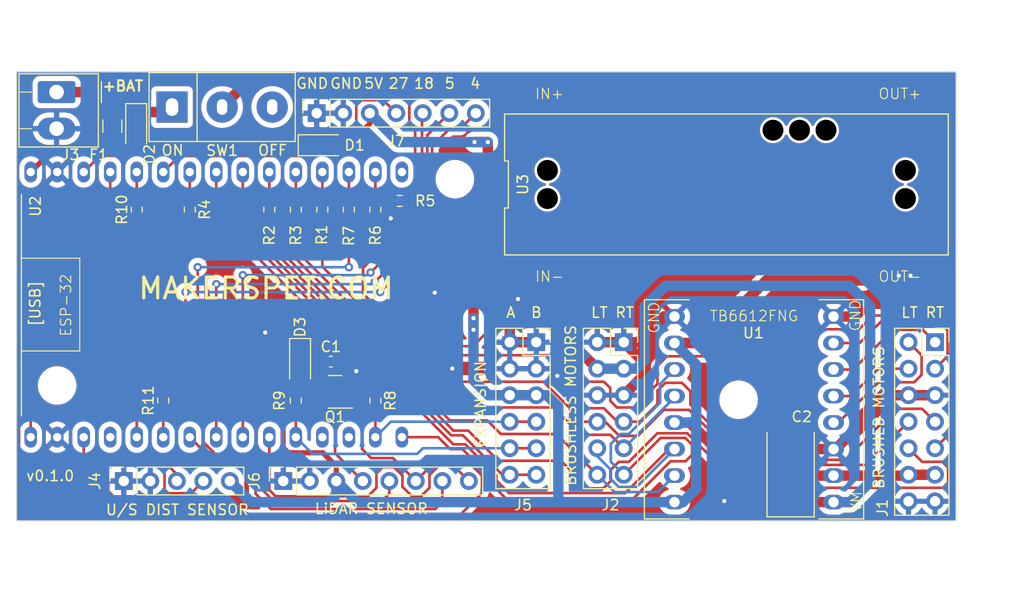
<source format=kicad_pcb>
(kicad_pcb (version 20221018) (generator pcbnew)
  (title_block (title "ESP32 Combined PCB") (date "2024-03-29") (rev "0.1.0") (company "makerspet.com"))
  (layers (0 "F.Cu" signal) (31 "B.Cu" signal) (34 "B.Paste" user) (35 "F.Paste" user) (36 "B.SilkS" user "B.Silkscreen") (37 "F.SilkS" user "F.Silkscreen") (38 "B.Mask" user) (39 "F.Mask" user) (44 "Edge.Cuts" user))
  (net 0 "")
  (net 1 "+5V")
  (net 2 "GND")
  (net 3 "Net-(D1-K)")
  (net 4 "Net-(D2-K)")
  (net 5 "Net-(D2-A)")
  (net 6 "Net-(D3-A)")
  (net 7 "Vdrive")
  (net 8 "/M_FG_RIGHT_ENC_A")
  (net 9 "/MOT_PWM_RIGHT_IN1")
  (net 10 "/MOT_CW_RIGHT_IN2")
  (net 11 "/MOT_CW_LEFT_IN2")
  (net 12 "/MOT_PWM_LEFT_IN1")
  (net 13 "/M_FG_LEFT_ENC_A")
  (net 14 "/MOT+RIGHT")
  (net 15 "/MOT-RIGHT")
  (net 16 "/M_RIGHT_ENC_B")
  (net 17 "/M_LEFT_ENC_B")
  (net 18 "/MOT-LEFT")
  (net 19 "/MOT+LEFT")
  (net 20 "/LDS_MOT_PWM")
  (net 21 "/LDS_RX")
  (net 22 "/LDS_EN")
  (net 23 "/GPIO12_OUT_STRAP")
  (net 24 "/I2C_SCL")
  (net 25 "/I2C_SDA")
  (net 26 "/I2C_INT")
  (net 27 "/GPIO27")
  (net 28 "/GPIO18")
  (net 29 "/GPIO5_BOOT_STRAP")
  (net 30 "/GPIO4")
  (net 31 "+3V3")
  (net 32 "/MOT_FG_LEFT_ENC_A")
  (net 33 "/MOT_FG_RIGHT_ENC_A")
  (net 34 "/GPIO39_IN")
  (net 35 "/MOT_LEFT_ENC_B")
  (net 36 "/MOT_RIGHT_ENC_B")
  (net 37 "/BAT_ADC")
  (net 38 "/LDS_TX")
  (net 40 "Net-(J3-Pin_1)")
  (net 41 "Net-(J4-Pin_3)")
  (net 42 "Net-(J6-Pin_5)")
  (footprint "Resistor_SMD:R_0603_1608Metric" (layer "F.Cu") (at 51.5112 43.2 90)
    (fp_text reference "R10")
    (fp_text value "10k")
  )
  (footprint "Resistor_SMD:R_0603_1608Metric" (layer "F.Cu") (at 66.7512 61.5 -90)
    (fp_text reference "R9")
    (fp_text value "10k")
  )
  (footprint "Resistor_SMD:R_0603_1608Metric" (layer "F.Cu") (at 69.2912 43.2 -90)
    (fp_text reference "R1")
    (fp_text value "10k")
  )
  (footprint "Makerspet:Terminal_Block_2p_3.5mm_SideEntry" (layer "F.Cu") (at 43.8306 31.9454 -90)
    (fp_text reference "J3")
    (fp_text value "TERM BLK 3.5MM 2P SIDE")
  )
  (footprint "Connector_PinSocket_2.54mm:PinSocket_2x06_P2.54mm_Vertical" (layer "F.Cu") (at 98.1656 55.9)
    (fp_text reference "J2")
    (fp_text value "SKT 2x6PIN VERT 2.54MM")
  )
  (footprint "Makerspet:SWITCH" (layer "F.Cu") (at 59.69 33.3756)
    (fp_text reference "SW1")
    (fp_text value "SS12D10")
  )
  (footprint "Resistor_SMD:R_0603_1608Metric" (layer "F.Cu") (at 66.7512 43.2 -90)
    (fp_text reference "R3")
    (fp_text value "10k")
  )
  (footprint "Diode_SMD:D_SOD-123F" (layer "F.Cu") (at 67.1576 57.7596 -90)
    (fp_text reference "D3")
    (fp_text value "FS26")
  )
  (footprint "Diode_SMD:D_SOD-123F" (layer "F.Cu") (at 69.1896 37.0332)
    (fp_text reference "D1")
    (fp_text value "FS26")
  )
  (footprint "Fuse:Fuse_1206_3216Metric" (layer "F.Cu") (at 49.1744 35.2044 -90)
    (fp_text reference "F1")
    (fp_text value "0685T2500-01")
  )
  (footprint "Resistor_SMD:R_0603_1608Metric" (layer "F.Cu") (at 76.708 42.3672)
    (fp_text reference "R5")
    (fp_text value "200k")
  )
  (footprint "Connector_PinSocket_2.54mm:PinSocket_1x07_P2.54mm_Vertical" (layer "F.Cu") (at 68.7524 33.9602 90)
    (fp_text reference "J7")
    (fp_text value "HDR SKT 7PIN VERT 2.54MM")
  )
  (footprint "Resistor_SMD:R_0603_1608Metric" (layer "F.Cu") (at 64.2112 43.2 -90)
    (fp_text reference "R2")
    (fp_text value "10k")
  )
  (footprint "Connector_PinSocket_2.54mm:PinSocket_2x07_P2.54mm_Vertical" (layer "F.Cu") (at 127.9852 55.9)
    (fp_text reference "J1")
    (fp_text value "SKT 2x7PIN VERT 2.54MM")
  )
  (footprint "MountingHole:MountingHole_3.2mm_M3" (layer "F.Cu") (at 109.1692 61.4172 90)
    (fp_text reference "H2" hide)
    (fp_text value "MountingHole")
  )
  (footprint "Resistor_SMD:R_0603_1608Metric" (layer "F.Cu") (at 71.8312 43.2 -90)
    (fp_text reference "R7")
    (fp_text value "10k")
  )
  (footprint "Connector_PinSocket_2.54mm:PinSocket_2x06_P2.54mm_Vertical" (layer "F.Cu") (at 89.7836 55.9)
    (fp_text reference "J5")
    (fp_text value "SKT 2x6PIN VERT 2.54MM")
  )
  (footprint "Makerspet:TB6612FNG Module" (layer "F.Cu") (at 110.6424 62.3316 90)
    (fp_text reference "U1")
    (fp_text value "TB6612FNG Module")
  )
  (footprint "Resistor_SMD:R_0603_1608Metric" (layer "F.Cu") (at 54.0512 61.5 90)
    (fp_text reference "R11")
    (fp_text value "10k")
  )
  (footprint "MountingHole:MountingHole_3.2mm_M3" (layer "F.Cu") (at 81.9912 40.2844)
    (fp_text reference "H3" hide)
    (fp_text value "MountingHole")
  )
  (footprint "Resistor_SMD:R_0603_1608Metric" (layer "F.Cu") (at 56.5912 43.2 -90)
    (fp_text reference "R4")
    (fp_text value "10k")
  )
  (footprint "Diode_SMD:D_SOD-123F" (layer "F.Cu") (at 51.4604 35.2552 -90)
    (fp_text reference "D2")
    (fp_text value "FS26")
  )
  (footprint "Package_TO_SOT_SMD:SOT-23" (layer "F.Cu") (at 70.5104 60.6552 180)
    (fp_text reference "Q1")
    (fp_text value "AS2302")
  )
  (footprint "Resistor_SMD:R_0603_1608Metric" (layer "F.Cu") (at 74.3712 43.2 90)
    (fp_text reference "R6")
    (fp_text value "20k")
  )
  (footprint "Resistor_SMD:R_0603_1608Metric" (layer "F.Cu") (at 74.3712 61.5 -90)
    (fp_text reference "R8")
    (fp_text value "10k")
  )
  (footprint "Connector_PinSocket_2.54mm:PinSocket_1x08_P2.54mm_Vertical" (layer "F.Cu") (at 65.547 69.2 90)
    (fp_text reference "J6")
    (fp_text value "HDR SKT 8PIN VERT 2.54MM")
  )
  (footprint "Capacitor_SMD:C_0603_1608Metric" (layer "F.Cu") (at 70.104 57.7596)
    (fp_text reference "C1")
    (fp_text value "22uF")
  )
  (footprint "Makerspet:ESP-32" (layer "F.Cu") (at 59.1312 52.3)
    (fp_text reference "U2")
    (fp_text value "ESP32 DEV KIT Module 30-pin")
  )
  (footprint "Capacitor_Tantalum_SMD:CP_EIA-7343-15_Kemet-W" (layer "F.Cu") (at 114.1476 68.2244 90)
    (fp_text reference "C2")
    (fp_text value "100uF 16V")
  )
  (footprint "MountingHole:MountingHole_3.2mm_M3" (layer "F.Cu") (at 43.8912 60.0456)
    (fp_text reference "H1" hide)
    (fp_text value "MountingHole")
  )
  (footprint "Connector_PinSocket_2.54mm:PinSocket_1x05_P2.54mm_Vertical" (layer "F.Cu") (at 50.2712 69.2 90)
    (fp_text reference "J4")
    (fp_text value "HDR SKT 5PIN VERT 2.54MM")
  )
  (footprint "Makerspet:LM2596 Module SMD" (layer "F.Cu") (at 108.0008 40.7924)
    (fp_text reference "U3")
    (fp_text value "LM2596 Module")
  )
  (gr_rect (start 40 30) (end 130 73) (stroke (width 0.1)) (fill none) (layer "Edge.Cuts"))
  (gr_text "GND" (at 69.9516 31.6992) (layer "F.SilkS") (effects (font (size 1 1)) (justify left bottom)))
  (gr_text "A  B" (at 86.8172 53.6448) (layer "F.SilkS") (effects (font (size 1 1)) (justify left bottom)))
  (gr_text "U/S DIST SENSOR" (at 48.4632 72.5424) (layer "F.SilkS") (effects (font (size 1 1)) (justify left bottom)))
  (gr_text "27" (at 75.5396 31.6992) (layer "F.SilkS") (effects (font (size 1 1)) (justify left bottom)))
  (gr_text "LT RT" (at 94.9452 53.6448) (layer "F.SilkS") (effects (font (size 1 1)) (justify left bottom)))
  (gr_text "GND" (at 66.7004 31.6992) (layer "F.SilkS") (effects (font (size 1 1)) (justify left bottom)))
  (gr_text "LT RT" (at 124.6632 53.6448) (layer "F.SilkS") (effects (font (size 1 1)) (justify left bottom)))
  (gr_text "OFF" (at 63.0428 38.1) (layer "F.SilkS") (effects (font (size 1 1)) (justify left bottom)))
  (gr_text "+BAT" (at 48.1232 31.9454) (layer "F.SilkS") (effects (font (size 1 1) (thickness 0.2) bold) (justify left bottom)))
  (gr_text "v0.1.0" (at 40.8432 69.2912) (layer "F.SilkS") (effects (font (size 1 1)) (justify left bottom)))
  (gr_text "LiDAR SENSOR" (at 68.4784 72.4408) (layer "F.SilkS") (effects (font (size 1 1)) (justify left bottom)))
  (gr_text "EXPANSION" (at 85.0392 66.0908 90) (layer "F.SilkS") (effects (font (size 1 1)) (justify left bottom)))
  (gr_text "[USB]" (at 42.3672 54.4576 90) (layer "F.SilkS") (effects (font (size 1 1)) (justify left bottom)))
  (gr_text "18" (at 77.978 31.6992) (layer "F.SilkS") (effects (font (size 1 1)) (justify left bottom)))
  (gr_text "4" (at 83.3628 31.6992) (layer "F.SilkS") (effects (font (size 1 1)) (justify left bottom)))
  (gr_text "BRUSHLESS MOTORS" (at 93.6752 69.7484 90) (layer "F.SilkS") (effects (font (size 1 1)) (justify left bottom)))
  (gr_text "5" (at 80.9244 31.6992) (layer "F.SilkS") (effects (font (size 1 1)) (justify left bottom)))
  (gr_text "BRUSHED MOTORS" (at 123.19 70.0532 90) (layer "F.SilkS") (effects (font (size 1 1)) (justify left bottom)))
  (gr_text "ON" (at 53.7972 38.1) (layer "F.SilkS") (effects (font (size 1 1)) (justify left bottom)))
  (gr_text "MAKERSPET.COM" (at 51.5112 51.9176) (layer "F.SilkS") (effects (font (size 2 2) (thickness 0.3)) (justify left bottom)))
  (gr_text "5V" (at 73.2028 31.6992) (layer "F.SilkS") (effects (font (size 1 1)) (justify left bottom)))
  (segment (start 103.0224 63.6016) (end 104.470478 63.6016) (width 1) (layer "F.Cu") (net 1))
  (segment (start 85.1408 36.7284) (end 83.8708 36.7284) (width 1) (layer "F.Cu") (net 1))
  (segment (start 83.7692 53.594) (end 83.7692 54.7116) (width 1) (layer "F.Cu") (net 1))
  (segment (start 65.532 65.9892) (end 65.532 62.2808) (width 0.5) (layer "F.Cu") (net 1))
  (segment (start 128.0008 32.0424) (end 128.0008 43.0428) (width 1) (layer "F.Cu") (net 1))
  (segment (start 64.9224 57.5564) (end 66.1192 56.3596) (width 0.5) (layer "F.Cu") (net 1))
  (segment (start 109.550478 68.6816) (end 118.2624 68.6816) (width 1) (layer "F.Cu") (net 1))
  (segment (start 83.7692 45.1104) (end 85.1408 43.7388) (width 1) (layer "F.Cu") (net 1))
  (segment (start 69.329 57.7596) (end 68.5576 57.7596) (width 0.5) (layer "F.Cu") (net 1))
  (segment (start 121.0564 49.9872) (end 111.8108 49.9872) (width 1) (layer "F.Cu") (net 1))
  (segment (start 104.470478 63.6016) (end 109.550478 68.6816) (width 1) (layer "F.Cu") (net 1))
  (segment (start 128.0008 43.0428) (end 121.0564 49.9872) (width 1) (layer "F.Cu") (net 1))
  (segment (start 70.5896 37.0332) (end 71.7804 37.0332) (width 0.5) (layer "F.Cu") (net 1))
  (segment (start 125.4452 68.6) (end 127.9852 68.6) (width 1) (layer "F.Cu") (net 1))
  (segment (start 65.532 62.2808) (end 64.9224 61.6712) (width 0.5) (layer "F.Cu") (net 1))
  (segment (start 105.8164 55.9816) (end 103.0224 55.9816) (width 1) (layer "F.Cu") (net 1))
  (segment (start 66.1192 56.3596) (end 67.1576 56.3596) (width 0.5) (layer "F.Cu") (net 1))
  (segment (start 73.8324 34.9812) (end 73.8324 33.9602) (width 0.5) (layer "F.Cu") (net 1))
  (segment (start 83.7692 53.594) (end 83.7692 45.1104) (width 1) (layer "F.Cu") (net 1))
  (segment (start 85.1408 43.7388) (end 85.1408 36.7284) (width 1) (layer "F.Cu") (net 1))
  (segment (start 66.04 66.4972) (end 65.532 65.9892) (width 0.5) (layer "F.Cu") (net 1))
  (segment (start 70.627 67.7822) (end 69.342 66.4972) (width 0.5) (layer "F.Cu") (net 1))
  (segment (start 111.8108 49.9872) (end 105.8164 55.9816) (width 1) (layer "F.Cu") (net 1))
  (segment (start 125.3636 68.6816) (end 125.4452 68.6) (width 1) (layer "F.Cu") (net 1))
  (segment (start 118.2624 68.6816) (end 125.3636 68.6816) (width 1) (layer "F.Cu") (net 1))
  (segment (start 68.5576 57.7596) (end 67.1576 56.3596) (width 0.5) (layer "F.Cu") (net 1))
  (segment (start 70.627 69.2) (end 70.627 67.7822) (width 0.5) (layer "F.Cu") (net 1))
  (segment (start 71.7804 37.0332) (end 73.8324 34.9812) (width 0.5) (layer "F.Cu") (net 1))
  (segment (start 64.9224 61.6712) (end 64.9224 57.5564) (width 0.5) (layer "F.Cu") (net 1))
  (segment (start 69.342 66.4972) (end 66.04 66.4972) (width 0.5) (layer "F.Cu") (net 1))
  (via (at 83.7692 53.594) (size 0.8) (drill 0.4) (layers "F.Cu" "B.Cu") (net 1))
  (via (at 83.8708 36.7284) (size 0.8) (drill 0.4) (layers "F.Cu" "B.Cu") (net 1))
  (via (at 85.1408 36.7284) (size 0.8) (drill 0.4) (layers "F.Cu" "B.Cu") (net 1))
  (via (at 83.7692 54.7116) (size 0.8) (drill 0.4) (layers "F.Cu" "B.Cu") (net 1))
  (segment (start 91.8972 62.0776) (end 91.8972 71.2216) (width 1) (layer "B.Cu") (net 1))
  (segment (start 105.1052 69.9516) (end 103.8352 71.2216) (width 1) (layer "B.Cu") (net 1))
  (segment (start 69.9008 71.2216) (end 70.627 70.4954) (width 1) (layer "B.Cu") (net 1))
  (segment (start 118.344 68.6) (end 118.2624 68.6816) (width 1) (layer "B.Cu") (net 1))
  (segment (start 85.2116 60.98) (end 83.7692 59.5376) (width 1) (layer "B.Cu") (net 1))
  (segment (start 83.7692 59.5376) (end 83.7692 53.594) (width 1) (layer "B.Cu") (net 1))
  (segment (start 70.627 70.4954) (end 70.627 69.2) (width 1) (layer "B.Cu") (net 1))
  (segment (start 85.1408 36.7284) (end 76.6006 36.7284) (width 1) (layer "B.Cu") (net 1))
  (segment (start 70.627 69.2) (end 72.6486 71.2216) (width 1) (layer "B.Cu") (net 1))
  (segment (start 103.0224 63.6016) (end 105.1052 63.6016) (width 1) (layer "B.Cu") (net 1))
  (segment (start 72.6486 71.2216) (end 103.0224 71.2216) (width 1) (layer "B.Cu") (net 1))
  (segment (start 76.6006 36.7284) (end 73.8324 33.9602) (width 1) (layer "B.Cu") (net 1))
  (segment (start 105.1052 63.6016) (end 105.1052 69.9516) (width 1) (layer "B.Cu") (net 1))
  (segment (start 60.4312 69.2) (end 62.4528 71.2216) (width 1) (layer "B.Cu") (net 1))
  (segment (start 62.4528 71.2216) (end 69.9008 71.2216) (width 1) (layer "B.Cu") (net 1))
  (segment (start 90.7996 60.98) (end 91.8972 62.0776) (width 1) (layer "B.Cu") (net 1))
  (segment (start 89.7836 60.98) (end 87.2436 60.98) (width 1) (layer "B.Cu") (net 1))
  (segment (start 103.8352 71.2216) (end 103.0224 71.2216) (width 1) (layer "B.Cu") (net 1))
  (segment (start 103.0224 55.9816) (end 105.1052 58.0644) (width 1) (layer "B.Cu") (net 1))
  (segment (start 87.2436 60.98) (end 85.2116 60.98) (width 1) (layer "B.Cu") (net 1))
  (segment (start 105.1052 58.0644) (end 105.1052 63.6016) (width 1) (layer "B.Cu") (net 1))
  (segment (start 89.7836 60.98) (end 90.7996 60.98) (width 1) (layer "B.Cu") (net 1))
  (segment (start 124.5232 49.5424) (end 125.616 49.5424) (width 1) (layer "F.Cu") (net 2))
  (segment (start 125.4452 60.98) (end 123.6272 60.98) (width 1) (layer "F.Cu") (net 2))
  (segment (start 71.4479 59.7052) (end 71.4479 58.674) (width 0.5) (layer "F.Cu") (net 2))
  (segment (start 115.6071 65.1119) (end 116.6368 66.1416) (width 1) (layer "F.Cu") (net 2))
  (segment (start 87.2436 53.1168) (end 87.2436 55.9) (width 1) (layer "F.Cu") (net 2))
  (segment (start 75.8444 44.0436) (end 75.8258 44.025) (width 0.25) (layer "F.Cu") (net 2))
  (segment (start 124.1616 49.5424) (end 124.4984 49.5424) (width 1) (layer "F.Cu") (net 2))
  (segment (start 118.4656 66.1416) (end 118.2624 66.1416) (width 1) (layer "F.Cu") (net 2))
  (segment (start 88.0008 51.7296) (end 88.0364 51.7652) (width 1) (layer "F.Cu") (net 2))
  (segment (start 74.3712 44.025) (end 75.8444 44.0436) (width 0.25) (layer "F.Cu") (net 2))
  (segment (start 123.6272 60.98) (end 118.4656 66.1416) (width 1) (layer "F.Cu") (net 2))
  (segment (start 71.4479 58.3285) (end 70.879 57.7596) (width 0.5) (layer "F.Cu") (net 2))
  (segment (start 118.2624 53.4416) (end 120.2624 53.4416) (width 1) (layer "F.Cu") (net 2))
  (segment (start 114.1476 65.1119) (end 115.6071 65.1119) (width 1) (layer "F.Cu") (net 2))
  (segment (start 71.4479 58.674) (end 72.5424 58.674) (width 0.5) (layer "F.Cu") (net 2))
  (segment (start 127.9852 60.98) (end 125.4452 60.98) (width 1) (layer "F.Cu") (net 2))
  (segment (start 87.2436 55.9) (end 89.7836 55.9) (width 1) (layer "F.Cu") (net 2))
  (segment (start 124.5108 49.53) (end 124.5232 49.5424) (width 1) (layer "F.Cu") (net 2))
  (segment (start 125.616 49.5424) (end 125.6284 49.53) (width 1) (layer "F.Cu") (net 2))
  (segment (start 100.0252 57.7596) (end 98.1656 55.9) (width 1) (layer "F.Cu") (net 2))
  (segment (start 124.4984 49.5424) (end 124.5108 49.53) (width 1) (layer "F.Cu") (net 2))
  (segment (start 99.548 55.9) (end 102.0064 53.4416) (width 1) (layer "F.Cu") (net 2))
  (segment (start 100.0252 59.1204) (end 100.0252 57.7596) (width 1) (layer "F.Cu") (net 2))
  (segment (start 98.1656 55.9) (end 95.6256 55.9) (width 1) (layer "F.Cu") (net 2))
  (segment (start 125.6284 49.53) (end 125.6408 49.5424) (width 1) (layer "F.Cu") (net 2))
  (segment (start 88.0008 49.5424) (end 88.0008 51.7296) (width 1) (layer "F.Cu") (net 2))
  (segment (start 88.0364 51.7652) (end 88.0008 51.8008) (width 1) (layer "F.Cu") (net 2))
  (segment (start 98.1656 60.98) (end 100.0252 59.1204) (width 1) (layer "F.Cu") (net 2))
  (segment (start 125.6408 49.5424) (end 128.0008 49.5424) (width 1) (layer "F.Cu") (net 2))
  (segment (start 88.0008 51.8008) (end 88.0008 52.3596) (width 1) (layer "F.Cu") (net 2))
  (segment (start 102.0064 53.4416) (end 103.0224 53.4416) (width 1) (layer "F.Cu") (net 2))
  (segment (start 71.4479 58.674) (end 71.4479 58.3285) (width 0.5) (layer "F.Cu") (net 2))
  (segment (start 98.1656 55.9) (end 99.548 55.9) (width 1) (layer "F.Cu") (net 2))
  (segment (start 120.2624 53.4416) (end 124.1616 49.5424) (width 1) (layer "F.Cu") (net 2))
  (segment (start 88.0008 52.3596) (end 87.2436 53.1168) (width 1) (layer "F.Cu") (net 2))
  (segment (start 116.6368 66.1416) (end 118.2624 66.1416) (width 1) (layer "F.Cu") (net 2))
  (via (at 124.5108 49.53) (size 0.8) (drill 0.4) (layers "F.Cu" "B.Cu") (net 2))
  (via (at 63.82092 54.975172) (size 0.8) (drill 0.4) (layers "F.Cu" "B.Cu") (net 2))
  (via (at 107.7976 71.12) (size 0.8) (drill 0.4) (layers "F.Cu" "B.Cu") (net 2))
  (via (at 91.797178 59.127896) (size 0.8) (drill 0.4) (layers "F.Cu" "B.Cu") (net 2))
  (via (at 88.0364 51.7652) (size 0.8) (drill 0.4) (layers "F.Cu" "B.Cu") (net 2))
  (via (at 75.8444 44.0436) (size 0.8) (drill 0.4) (layers "F.Cu" "B.Cu") (net 2))
  (via (at 72.5424 58.674) (size 0.8) (drill 0.4) (layers "F.Cu" "B.Cu") (net 2))
  (via (at 81.7372 58.42) (size 0.8) (drill 0.4) (layers "F.Cu" "B.Cu") (net 2))
  (via (at 125.6284 49.53) (size 0.8) (drill 0.4) (layers "F.Cu" "B.Cu") (net 2))
  (via (at 80.0608 51.1556) (size 0.8) (drill 0.4) (layers "F.Cu" "B.Cu") (net 2))
  (segment (start 52.3748 35.2044) (end 54.2036 37.0332) (width 0.5) (layer "F.Cu") (net 3))
  (segment (start 45.4152 37.592) (end 47.8028 35.2044) (width 0.5) (layer "F.Cu") (net 3))
  (segment (start 47.8028 35.2044) (end 52.3748 35.2044) (width 0.5) (layer "F.Cu") (net 3))
  (segment (start 43.3592 37.592) (end 45.4152 37.592) (width 0.5) (layer "F.Cu") (net 3))
  (segment (start 54.2036 37.0332) (end 67.7896 37.0332) (width 0.5) (layer "F.Cu") (net 3))
  (segment (start 41.3512 39.6) (end 43.3592 37.592) (width 0.5) (layer "F.Cu") (net 3))
  (segment (start 51.4604 33.8552) (end 54.4104 33.8552) (width 1) (layer "F.Cu") (net 4))
  (segment (start 54.4104 33.8552) (end 54.89 33.3756) (width 1) (layer "F.Cu") (net 4))
  (segment (start 54.89 33.3756) (end 54.486 33.3756) (width 1) (layer "F.Cu") (net 4))
  (segment (start 49.2252 36.6552) (end 49.1744 36.6044) (width 1) (layer "F.Cu") (net 5))
  (segment (start 51.4604 36.6552) (end 49.2252 36.6552) (width 1) (layer "F.Cu") (net 5))
  (segment (start 69.5729 62.3593) (end 69.5729 60.6552) (width 0.25) (layer "F.Cu") (net 6))
  (segment (start 70.5104 63.2968) (end 69.5729 62.3593) (width 0.25) (layer "F.Cu") (net 6))
  (segment (start 73.167 69.2) (end 70.5104 66.5434) (width 0.25) (layer "F.Cu") (net 6))
  (segment (start 68.6532 60.6552) (end 67.1576 59.1596) (width 0.25) (layer "F.Cu") (net 6))
  (segment (start 70.5104 66.5434) (end 70.5104 63.2968) (width 0.25) (layer "F.Cu") (net 6))
  (segment (start 69.5729 60.6552) (end 68.6532 60.6552) (width 0.25) (layer "F.Cu") (net 6))
  (segment (start 62.5656 30.5) (end 86.4584 30.5) (width 1) (layer "F.Cu") (net 7))
  (segment (start 93.1164 55.9308) (end 93.1164 48.6664) (width 1) (layer "F.Cu") (net 7))
  (segment (start 88.0008 43.5508) (end 88.0008 32.0424) (width 1) (layer "F.Cu") (net 7))
  (segment (start 114.2629 71.2216) (end 114.1476 71.3369) (width 1) (layer "F.Cu") (net 7))
  (segment (start 78.1812 35.6108) (end 77.6224 35.052) (width 0.25) (layer "F.Cu") (net 7))
  (segment (start 59.69 33.3756) (end 62.5656 30.5) (width 1) (layer "F.Cu") (net 7))
  (segment (start 118.2624 71.2216) (end 114.2629 71.2216) (width 1) (layer "F.Cu") (net 7))
  (segment (start 95.6256 58.44) (end 93.1164 55.9308) (width 1) (layer "F.Cu") (net 7))
  (segment (start 93.1164 48.6664) (end 88.0008 43.5508) (width 1) (layer "F.Cu") (net 7))
  (segment (start 77.533 42.3672) (end 78.0288 42.3672) (width 0.25) (layer "F.Cu") (net 7))
  (segment (start 77.6224 35.052) (end 77.6224 30.5) (width 0.25) (layer "F.Cu") (net 7))
  (segment (start 78.1812 42.2148) (end 78.1812 35.6108) (width 0.25) (layer "F.Cu") (net 7))
  (segment (start 78.0288 42.3672) (end 78.1812 42.2148) (width 0.25) (layer "F.Cu") (net 7))
  (segment (start 86.4584 30.5) (end 88.0008 32.0424) (width 1) (layer "F.Cu") (net 7))
  (segment (start 119.7864 50.4952) (end 102.1588 50.4952) (width 1) (layer "B.Cu") (net 7))
  (segment (start 100.1776 57.630081) (end 99.367681 58.44) (width 1) (layer "B.Cu") (net 7))
  (segment (start 121.7676 52.4764) (end 119.7864 50.4952) (width 1) (layer "B.Cu") (net 7))
  (segment (start 121.7676 69.2912) (end 121.7676 52.4764) (width 1) (layer "B.Cu") (net 7))
  (segment (start 102.1588 50.4952) (end 100.1776 52.4764) (width 1) (layer "B.Cu") (net 7))
  (segment (start 99.367681 58.44) (end 98.1656 58.44) (width 1) (layer "B.Cu") (net 7))
  (segment (start 119.8372 71.2216) (end 121.7676 69.2912) (width 1) (layer "B.Cu") (net 7))
  (segment (start 100.1776 52.4764) (end 100.1776 57.630081) (width 1) (layer "B.Cu") (net 7))
  (segment (start 98.1656 58.44) (end 95.6256 58.44) (width 1) (layer "B.Cu") (net 7))
  (segment (start 118.2624 71.2216) (end 119.8372 71.2216) (width 1) (layer "B.Cu") (net 7))
  (segment (start 125.4452 63.52) (end 121.3086 67.6566) (width 0.25) (layer "F.Cu") (net 8))
  (segment (start 94.3048 63.52) (end 90.4748 59.69) (width 0.25) (layer "F.Cu") (net 8))
  (segment (start 109.692204 67.6566) (end 104.418004 62.3824) (width 0.25) (layer "F.Cu") (net 8))
  (segment (start 95.6256 63.52) (end 94.3048 63.52) (width 0.25) (layer "F.Cu") (net 8))
  (segment (start 90.4748 59.69) (end 87.655301 59.69) (width 0.25) (layer "F.Cu") (net 8))
  (segment (start 99.5172 64.8716) (end 97.7392 64.8716) (width 0.25) (layer "F.Cu") (net 8))
  (segment (start 66.7512 47.0916) (end 66.7512 44.025) (width 0.25) (layer "F.Cu") (net 8))
  (segment (start 97.7392 64.8716) (end 96.3876 63.52) (width 0.25) (layer "F.Cu") (net 8))
  (segment (start 87.655301 59.69) (end 79.3496 59.69) (width 0.25) (layer "F.Cu") (net 8))
  (segment (start 104.418004 62.3824) (end 102.0064 62.3824) (width 0.25) (layer "F.Cu") (net 8))
  (segment (start 121.3086 67.6566) (end 109.692204 67.6566) (width 0.25) (layer "F.Cu") (net 8))
  (segment (start 79.3496 59.69) (end 66.7512 47.0916) (width 0.25) (layer "F.Cu") (net 8))
  (segment (start 102.0064 62.3824) (end 99.5172 64.8716) (width 0.25) (layer "F.Cu") (net 8))
  (segment (start 96.3876 63.52) (end 95.6256 63.52) (width 0.25) (layer "F.Cu") (net 8))
  (segment (start 98.298 70.358) (end 87.1728 70.358) (width 0.25) (layer "F.Cu") (net 9))
  (segment (start 81.8388 65.6844) (end 63.0428 46.8884) (width 0.25) (layer "F.Cu") (net 9))
  (segment (start 85.9536 68.657596) (end 82.980404 65.6844) (width 0.25) (layer "F.Cu") (net 9))
  (segment (start 50.1396 42.226404) (end 50.1396 38.608) (width 0.25) (layer "F.Cu") (net 9))
  (segment (start 47.982 38.0492) (end 46.4312 39.6) (width 0.25) (layer "F.Cu") (net 9))
  (segment (start 63.0428 46.8884) (end 56.134 46.8884) (width 0.25) (layer "F.Cu") (net 9))
  (segment (start 82.980404 65.6844) (end 81.8388 65.6844) (width 0.25) (layer "F.Cu") (net 9))
  (segment (start 56.134 46.8884) (end 52.4256 43.18) (width 0.25) (layer "F.Cu") (net 9))
  (segment (start 103.0224 66.1416) (end 102.5144 66.1416) (width 0.25) (layer "F.Cu") (net 9))
  (segment (start 51.093196 43.18) (end 50.1396 42.226404) (width 0.25) (layer "F.Cu") (net 9))
  (segment (start 85.9536 69.1388) (end 85.9536 68.657596) (width 0.25) (layer "F.Cu") (net 9))
  (segment (start 102.5144 66.1416) (end 98.298 70.358) (width 0.25) (layer "F.Cu") (net 9))
  (segment (start 49.5808 38.0492) (end 47.982 38.0492) (width 0.25) (layer "F.Cu") (net 9))
  (segment (start 50.1396 38.608) (end 49.5808 38.0492) (width 0.25) (layer "F.Cu") (net 9))
  (segment (start 87.1728 70.358) (end 85.9536 69.1388) (width 0.25) (layer "F.Cu") (net 9))
  (segment (start 52.4256 43.18) (end 51.093196 43.18) (width 0.25) (layer "F.Cu") (net 9))
  (segment (start 96.8756 68.072) (end 96.8756 68.971701) (width 0.25) (layer "B.Cu") (net 9))
  (segment (start 96.8756 68.971701) (end 97.678899 69.775) (width 0.25) (layer "B.Cu") (net 9))
  (segment (start 95.6256 66.06) (end 95.6256 66.822) (width 0.25) (layer "B.Cu") (net 9))
  (segment (start 97.678899 69.775) (end 99.389 69.775) (width 0.25) (layer "B.Cu") (net 9))
  (segment (start 99.389 69.775) (end 103.0224 66.1416) (width 0.25) (layer "B.Cu") (net 9))
  (segment (start 95.6256 66.822) (end 96.8756 68.072) (width 0.25) (layer "B.Cu") (net 9))
  (segment (start 86.3866 64.695) (end 91.7206 64.695) (width 0.25) (layer "F.Cu") (net 10))
  (segment (start 85.09 63.3984) (end 86.3866 64.695) (width 0.25) (layer "F.Cu") (net 10))
  (segment (start 59.1312 43.0784) (end 61.526 45.4732) (width 0.25) (layer "F.Cu") (net 10))
  (segment (start 81.509996 63.3984) (end 85.09 63.3984) (width 0.25) (layer "F.Cu") (net 10))
  (segment (start 61.526 45.4732) (end 63.584796 45.4732) (width 0.25) (layer "F.Cu") (net 10))
  (segment (start 91.7206 64.695) (end 95.6256 68.6) (width 0.25) (layer "F.Cu") (net 10))
  (segment (start 59.1312 39.6) (end 59.1312 43.0784) (width 0.25) (layer "F.Cu") (net 10))
  (segment (start 63.584796 45.4732) (end 81.509996 63.3984) (width 0.25) (layer "F.Cu") (net 10))
  (segment (start 95.6256 68.6) (end 97.282 70.2564) (width 0.25) (layer "B.Cu") (net 10))
  (segment (start 97.282 70.2564) (end 101.4476 70.2564) (width 0.25) (layer "B.Cu") (net 10))
  (segment (start 101.4476 70.2564) (end 103.0224 68.6816) (width 0.25) (layer "B.Cu") (net 10))
  (segment (start 85.5036 68.9356) (end 85.5036 69.5016) (width 0.25) (layer "F.Cu") (net 11))
  (segment (start 80.3924 65) (end 81.5268 66.1344) (width 0.25) (layer "F.Cu") (net 11))
  (segment (start 98.885231 71.0692) (end 102.644431 67.31) (width 0.25) (layer "F.Cu") (net 11))
  (segment (start 76.9112 65) (end 80.3924 65) (width 0.25) (layer "F.Cu") (net 11))
  (segment (start 104.0892 67.31) (end 104.6988 66.7004) (width 0.25) (layer "F.Cu") (net 11))
  (segment (start 81.5268 66.1344) (end 82.7024 66.1344) (width 0.25) (layer "F.Cu") (net 11))
  (segment (start 85.5036 69.5016) (end 87.0712 71.0692) (width 0.25) (layer "F.Cu") (net 11))
  (segment (start 87.0712 71.0692) (end 98.885231 71.0692) (width 0.25) (layer "F.Cu") (net 11))
  (segment (start 82.7024 66.1344) (end 85.5036 68.9356) (width 0.25) (layer "F.Cu") (net 11))
  (segment (start 104.6988 65.711196) (end 104.064204 65.0766) (width 0.25) (layer "F.Cu") (net 11))
  (segment (start 102.644431 67.31) (end 104.0892 67.31) (width 0.25) (layer "F.Cu") (net 11))
  (segment (start 104.064204 65.0766) (end 101.689 65.0766) (width 0.25) (layer "F.Cu") (net 11))
  (segment (start 101.689 65.0766) (end 98.1656 68.6) (width 0.25) (layer "F.Cu") (net 11))
  (segment (start 104.6988 66.7004) (end 104.6988 65.711196) (width 0.25) (layer "F.Cu") (net 11))
  (segment (start 101.6508 61.696501) (end 101.6508 59.8932) (width 0.25) (layer "B.Cu") (net 11))
  (segment (start 97.868899 64.695) (end 98.652301 64.695) (width 0.25) (layer "B.Cu") (net 11))
  (segment (start 96.9264 65.637499) (end 97.868899 64.695) (width 0.25) (layer "B.Cu") (net 11))
  (segment (start 98.1656 68.6) (end 96.9264 67.3608) (width 0.25) (layer "B.Cu") (net 11))
  (segment (start 98.652301 64.695) (end 101.6508 61.696501) (width 0.25) (layer "B.Cu") (net 11))
  (segment (start 101.6508 59.8932) (end 103.0224 58.5216) (width 0.25) (layer "B.Cu") (net 11))
  (segment (start 96.9264 67.3608) (end 96.9264 65.637499) (width 0.25) (layer "B.Cu") (net 11))
  (segment (start 94.0308 64.77) (end 91.4158 62.155) (width 0.25) (layer "F.Cu") (net 12))
  (segment (start 96.8756 64.77) (end 94.0308 64.77) (width 0.25) (layer "F.Cu") (net 12))
  (segment (start 98.1656 66.06) (end 96.8756 64.77) (width 0.25) (layer "F.Cu") (net 12))
  (segment (start 81.0018 62.155) (end 63.8048 44.958) (width 0.25) (layer "F.Cu") (net 12))
  (segment (start 63.8048 44.958) (end 63.1444 44.958) (width 0.25) (layer "F.Cu") (net 12))
  (segment (start 63.1444 44.958) (end 61.6712 43.4848) (width 0.25) (layer "F.Cu") (net 12))
  (segment (start 91.4158 62.155) (end 81.0018 62.155) (width 0.25) (layer "F.Cu") (net 12))
  (segment (start 103.0224 61.2032) (end 103.0224 61.0616) (width 0.25) (layer "F.Cu") (net 12))
  (segment (start 61.6712 43.4848) (end 61.6712 39.6) (width 0.25) (layer "F.Cu") (net 12))
  (segment (start 98.1656 66.06) (end 103.0224 61.2032) (width 0.25) (layer "B.Cu") (net 12))
  (segment (start 103.0224 61.2032) (end 103.0224 61.0616) (width 0.25) (layer "B.Cu") (net 12))
  (segment (start 104.5464 60.6044) (end 104.5464 61.8744) (width 0.25) (layer "F.Cu") (net 13))
  (segment (start 94.1324 59.7916) (end 91.4908 57.15) (width 0.25) (layer "F.Cu") (net 13))
  (segment (start 124.2568 62.2808) (end 126.746 62.2808) (width 0.25) (layer "F.Cu") (net 13))
  (segment (start 99.7004 63.52) (end 101.3968 61.8236) (width 0.25) (layer "F.Cu") (net 13))
  (segment (start 104.5464 61.8744) (end 109.8386 67.1666) (width 0.25) (layer "F.Cu") (net 13))
  (segment (start 97.556 63.52) (end 96.266 62.23) (width 0.25) (layer "F.Cu") (net 13))
  (segment (start 103.7336 59.7916) (end 104.5464 60.6044) (width 0.25) (layer "F.Cu") (net 13))
  (segment (start 94.1324 61.722) (end 94.1324 59.7916) (width 0.25) (layer "F.Cu") (net 13))
  (segment (start 109.8386 67.1666) (end 119.371 67.1666) (width 0.25) (layer "F.Cu") (net 13))
  (segment (start 69.2912 48.6664) (end 69.2912 44.025) (width 0.25) (layer "F.Cu") (net 13))
  (segment (start 91.4908 57.15) (end 77.7748 57.15) (width 0.25) (layer "F.Cu") (net 13))
  (segment (start 101.3968 60.5536) (end 102.1588 59.7916) (width 0.25) (layer "F.Cu") (net 13))
  (segment (start 119.371 67.1666) (end 124.2568 62.2808) (width 0.25) (layer "F.Cu") (net 13))
  (segment (start 96.266 62.23) (end 94.6404 62.23) (width 0.25) (layer "F.Cu") (net 13))
  (segment (start 101.3968 61.8236) (end 101.3968 60.5536) (width 0.25) (layer "F.Cu") (net 13))
  (segment (start 98.1656 63.52) (end 99.7004 63.52) (width 0.25) (layer "F.Cu") (net 13))
  (segment (start 102.1588 59.7916) (end 103.7336 59.7916) (width 0.25) (layer "F.Cu") (net 13))
  (segment (start 126.746 62.2808) (end 127.9852 63.52) (width 0.25) (layer "F.Cu") (net 13))
  (segment (start 98.1656 63.52) (end 97.556 63.52) (width 0.25) (layer "F.Cu") (net 13))
  (segment (start 77.7748 57.15) (end 69.2912 48.6664) (width 0.25) (layer "F.Cu") (net 13))
  (segment (start 94.6404 62.23) (end 94.1324 61.722) (width 0.25) (layer "F.Cu") (net 13))
  (segment (start 118.7196 63.6016) (end 122.5804 59.7408) (width 0.25) (layer "F.Cu") (net 14))
  (segment (start 126.6952 57.15) (end 125.4452 55.9) (width 0.25) (layer "F.Cu") (net 14))
  (segment (start 122.5804 59.7408) (end 125.984 59.7408) (width 0.25) (layer "F.Cu") (net 14))
  (segment (start 126.6952 59.0296) (end 126.6952 57.15) (width 0.25) (layer "F.Cu") (net 14))
  (segment (start 125.984 59.7408) (end 126.6952 59.0296) (width 0.25) (layer "F.Cu") (net 14))
  (segment (start 118.2624 63.6016) (end 118.7196 63.6016) (width 0.25) (layer "F.Cu") (net 14))
  (segment (start 118.2624 61.0616) (end 119.9388 61.0616) (width 0.25) (layer "F.Cu") (net 15))
  (segment (start 122.5604 58.44) (end 125.4452 58.44) (width 0.25) (layer "F.Cu") (net 15))
  (segment (start 119.9388 61.0616) (end 122.5604 58.44) (width 0.25) (layer "F.Cu") (net 15))
  (segment (start 92.1512 67.2592) (end 94.7928 69.9008) (width 0.25) (layer "F.Cu") (net 16))
  (segment (start 128.6764 67.3608) (end 126.746 67.3608) (width 0.25) (layer "F.Cu") (net 16))
  (segment (start 63.3984 45.9232) (end 81.846 64.3708) (width 0.25) (layer "F.Cu") (net 16))
  (segment (start 128.7272 69.85) (end 129.2352 69.342) (width 0.25) (layer "F.Cu") (net 16))
  (segment (start 129.2352 69.342) (end 129.2352 67.9196) (width 0.25) (layer "F.Cu") (net 16))
  (segment (start 97.6884 67.3608) (end 98.6536 67.3608) (width 0.25) (layer "F.Cu") (net 16))
  (segment (start 86.1568 67.2592) (end 92.1512 67.2592) (width 0.25) (layer "F.Cu") (net 16))
  (segment (start 126.746 67.3608) (end 125.4452 66.06) (width 0.25) (layer "F.Cu") (net 16))
  (segment (start 81.846 64.3708) (end 83.2684 64.3708) (width 0.25) (layer "F.Cu") (net 16))
  (segment (start 129.2352 67.9196) (end 128.6764 67.3608) (width 0.25) (layer "F.Cu") (net 16))
  (segment (start 96.9264 68.1228) (end 97.6884 67.3608) (width 0.25) (layer "F.Cu") (net 16))
  (segment (start 94.7928 69.9008) (end 96.2152 69.9008) (width 0.25) (layer "F.Cu") (net 16))
  (segment (start 56.5912 44.5516) (end 57.9628 45.9232) (width 0.25) (layer "F.Cu") (net 16))
  (segment (start 56.5912 44.025) (end 56.5912 44.5516) (width 0.25) (layer "F.Cu") (net 16))
  (segment (start 104.2506 64.6266) (end 109.474 69.85) (width 0.25) (layer "F.Cu") (net 16))
  (segment (start 96.2152 69.9008) (end 96.9264 69.1896) (width 0.25) (layer "F.Cu") (net 16))
  (segment (start 101.3878 64.6266) (end 104.2506 64.6266) (width 0.25) (layer "F.Cu") (net 16))
  (segment (start 57.9628 45.9232) (end 63.3984 45.9232) (width 0.25) (layer "F.Cu") (net 16))
  (segment (start 96.9264 69.1896) (end 96.9264 68.1228) (width 0.25) (layer "F.Cu") (net 16))
  (segment (start 109.474 69.85) (end 128.7272 69.85) (width 0.25) (layer "F.Cu") (net 16))
  (segment (start 83.2684 64.3708) (end 86.1568 67.2592) (width 0.25) (layer "F.Cu") (net 16))
  (segment (start 98.6536 67.3608) (end 101.3878 64.6266) (width 0.25) (layer "F.Cu") (net 16))
  (segment (start 84.9376 55.0672) (end 83.7184 56.2864) (width 0.25) (layer "F.Cu") (net 17))
  (segment (start 101.3968 58.166) (end 101.3968 59.8932) (width 0.25) (layer "F.Cu") (net 17))
  (segment (start 129.6344 64.4108) (end 129.6344 54.3488) (width 0.25) (layer "F.Cu") (net 17))
  (segment (start 86.0044 46.1772) (end 84.9376 47.244) (width 0.25) (layer "F.Cu") (net 17))
  (segment (start 89.2048 46.1772) (end 86.0044 46.1772) (width 0.25) (layer "F.Cu") (net 17))
  (segment (start 77.0128 44.958) (end 77.0128 43.7388) (width 0.25) (layer "F.Cu") (net 17))
  (segment (start 76.454 43.18) (end 65.0562 43.18) (width 0.25) (layer "F.Cu") (net 17))
  (segment (start 120.7008 54.6608) (end 109.9312 54.6608) (width 0.25) (layer "F.Cu") (net 17))
  (segment (start 97.5118 62.155) (end 96.8756 61.5188) (width 0.25) (layer "F.Cu") (net 17))
  (segment (start 91.9916 56.838) (end 91.9916 48.964) (width 0.25) (layer "F.Cu") (net 17))
  (segment (start 129.6344 54.3488) (end 128.6328 53.3472) (width 0.25) (layer "F.Cu") (net 17))
  (segment (start 77.0128 43.7388) (end 76.454 43.18) (width 0.25) (layer "F.Cu") (net 17))
  (segment (start 83.7184 56.2864) (end 78.232 56.2864) (width 0.25) (layer "F.Cu") (net 17))
  (segment (start 91.9916 48.964) (end 89.2048 46.1772) (width 0.25) (layer "F.Cu") (net 17))
  (segment (start 128.6328 53.3472) (end 122.0144 53.3472) (width 0.25) (layer "F.Cu") (net 17))
  (segment (start 78.232 56.2864) (end 73.189 51.2434) (width 0.25) (layer "F.Cu") (net 17))
  (segment (start 122.0144 53.3472) (end 120.7008 54.6608) (width 0.25) (layer "F.Cu") (net 17))
  (segment (start 99.135 62.155) (end 97.5118 62.155) (width 0.25) (layer "F.Cu") (net 17))
  (segment (start 73.189 51.2434) (end 73.189 48.7818) (width 0.25) (layer "F.Cu") (net 17))
  (segment (start 127.9852 66.06) (end 129.6344 64.4108) (width 0.25) (layer "F.Cu") (net 17))
  (segment (start 73.189 48.7818) (end 77.0128 44.958) (width 0.25) (layer "F.Cu") (net 17))
  (segment (start 96.8756 60.2996) (end 96.266 59.69) (width 0.25) (layer "F.Cu") (net 17))
  (segment (start 65.0562 43.18) (end 64.2112 44.025) (width 0.25) (layer "F.Cu") (net 17))
  (segment (start 84.9376 47.244) (end 84.9376 55.0672) (width 0.25) (layer "F.Cu") (net 17))
  (segment (start 96.8756 61.5188) (end 96.8756 60.2996) (width 0.25) (layer "F.Cu") (net 17))
  (segment (start 94.8436 59.69) (end 91.9916 56.838) (width 0.25) (layer "F.Cu") (net 17))
  (segment (start 107.3404 57.2516) (end 102.3112 57.2516) (width 0.25) (layer "F.Cu") (net 17))
  (segment (start 109.9312 54.6608) (end 107.3404 57.2516) (width 0.25) (layer "F.Cu") (net 17))
  (segment (start 96.266 59.69) (end 94.8436 59.69) (width 0.25) (layer "F.Cu") (net 17))
  (segment (start 102.3112 57.2516) (end 101.3968 58.166) (width 0.25) (layer "F.Cu") (net 17))
  (segment (start 101.3968 59.8932) (end 99.135 62.155) (width 0.25) (layer "F.Cu") (net 17))
  (segment (start 129.1844 57.2408) (end 129.1844 54.7492) (width 0.25) (layer "F.Cu") (net 18))
  (segment (start 128.2324 53.7972) (end 122.936 53.7972) (width 0.25) (layer "F.Cu") (net 18))
  (segment (start 127.9852 58.44) (end 129.1844 57.2408) (width 0.25) (layer "F.Cu") (net 18))
  (segment (start 129.1844 54.7492) (end 128.2324 53.7972) (width 0.25) (layer "F.Cu") (net 18))
  (segment (start 122.936 53.7972) (end 120.7516 55.9816) (width 0.25) (layer "F.Cu") (net 18))
  (segment (start 120.7516 55.9816) (end 118.2624 55.9816) (width 0.25) (layer "F.Cu") (net 18))
  (segment (start 123.952 54.7116) (end 126.7968 54.7116) (width 0.25) (layer "F.Cu") (net 19))
  (segment (start 120.142 58.5216) (end 123.952 54.7116) (width 0.25) (layer "F.Cu") (net 19))
  (segment (start 126.7968 54.7116) (end 127.9852 55.9) (width 0.25) (layer "F.Cu") (net 19))
  (segment (start 118.2624 58.5216) (end 120.142 58.5216) (width 0.25) (layer "F.Cu") (net 19))
  (segment (start 83.1668 67.2664) (end 84.582 68.6816) (width 0.25) (layer "F.Cu") (net 20))
  (segment (start 78.247 69.2) (end 76.0522 67.0052) (width 0.25) (layer "F.Cu") (net 20))
  (segment (start 46.4312 67.818) (end 46.4312 65) (width 0.25) (layer "F.Cu") (net 20))
  (segment (start 73.1012 63.2585) (end 71.4479 61.6052) (width 0.25) (layer "F.Cu") (net 20))
  (segment (start 78.247 69.2) (end 80.1806 67.2664) (width 0.25) (layer "F.Cu") (net 20))
  (segment (start 73.1012 66.1416) (end 73.1012 63.2585) (width 0.25) (layer "F.Cu") (net 20))
  (segment (start 84.582 68.6816) (end 84.582 70.358) (width 0.25) (layer "F.Cu") (net 20))
  (segment (start 73.9648 67.0052) (end 73.1012 66.1416) (width 0.25) (layer "F.Cu") (net 20))
  (segment (start 84.582 70.358) (end 82.3976 72.5424) (width 0.25) (layer "F.Cu") (net 20))
  (segment (start 80.1806 67.2664) (end 83.1668 67.2664) (width 0.25) (layer "F.Cu") (net 20))
  (segment (start 51.1556 72.5424) (end 46.4312 67.818) (width 0.25) (layer "F.Cu") (net 20))
  (segment (start 76.0522 67.0052) (end 73.9648 67.0052) (width 0.25) (layer "F.Cu") (net 20))
  (segment (start 82.3976 72.5424) (end 51.1556 72.5424) (width 0.25) (layer "F.Cu") (net 20))
  (segment (start 80.787 69.2) (end 80.787 71.2066) (width 0.25) (layer "F.Cu") (net 21))
  (segment (start 62.0776 67.4116) (end 62.8904 68.2244) (width 0.25) (layer "F.Cu") (net 21))
  (segment (start 56.5912 65) (end 59.0028 67.4116) (width 0.25) (layer "F.Cu") (net 21))
  (segment (start 59.0028 67.4116) (end 62.0776 67.4116) (width 0.25) (layer "F.Cu") (net 21))
  (segment (start 62.8904 70.4088) (end 64.3636 71.882) (width 0.25) (layer "F.Cu") (net 21))
  (segment (start 64.3636 71.882) (end 80.1116 71.882) (width 0.25) (layer "F.Cu") (net 21))
  (segment (start 80.787 71.2066) (end 80.1116 71.882) (width 0.25) (layer "F.Cu") (net 21))
  (segment (start 62.8904 68.2244) (end 62.8904 70.4088) (width 0.25) (layer "F.Cu") (net 21))
  (segment (start 74.4728 68.4784) (end 74.4728 69.85) (width 0.25) (layer "F.Cu") (net 22))
  (segment (start 74.4728 69.85) (end 73.66 70.6628) (width 0.25) (layer "F.Cu") (net 22))
  (segment (start 79.5528 69.85) (end 78.7908 70.612) (width 0.25) (layer "F.Cu") (net 22))
  (segment (start 73.66 70.6628) (end 64.8208 70.6628) (width 0.25) (layer "F.Cu") (net 22))
  (segment (start 76.962 68.6816) (end 76.1492 67.8688) (width 0.25) (layer "F.Cu") (net 22))
  (segment (start 75.0824 67.8688) (end 74.4728 68.4784) (width 0.25) (layer "F.Cu") (net 22))
  (segment (start 64.2112 70.0532) (end 64.2112 65) (width 0.25) (layer "F.Cu") (net 22))
  (segment (start 77.8256 70.612) (end 76.962 69.7484) (width 0.25) (layer "F.Cu") (net 22))
  (segment (start 83.327 69.2) (end 81.8434 67.7164) (width 0.25) (layer "F.Cu") (net 22))
  (segment (start 76.962 69.7484) (end 76.962 68.6816) (width 0.25) (layer "F.Cu") (net 22))
  (segment (start 78.7908 70.612) (end 77.8256 70.612) (width 0.25) (layer "F.Cu") (net 22))
  (segment (start 80.4672 67.7164) (end 79.5528 68.6308) (width 0.25) (layer "F.Cu") (net 22))
  (segment (start 81.8434 67.7164) (end 80.4672 67.7164) (width 0.25) (layer "F.Cu") (net 22))
  (segment (start 79.5528 68.6308) (end 79.5528 69.85) (width 0.25) (layer "F.Cu") (net 22))
  (segment (start 64.8208 70.6628) (end 64.2112 70.0532) (width 0.25) (layer "F.Cu") (net 22))
  (segment (start 76.1492 67.8688) (end 75.0824 67.8688) (width 0.25) (layer "F.Cu") (net 22))
  (segment (start 44.5516 67.2592) (end 45.212 66.5988) (width 0.25) (layer "F.Cu") (net 23))
  (segment (start 56.7162 70.375) (end 57.8912 69.2) (width 0.25) (layer "F.Cu") (net 23))
  (segment (start 53.3908 67.31) (end 54.1762 68.0954) (width 0.25) (layer "F.Cu") (net 23))
  (segment (start 54.1762 68.0954) (end 54.1762 70.0258) (width 0.25) (layer "F.Cu") (net 23))
  (segment (start 45.212 66.5988) (end 45.212 63.9572) (width 0.25) (layer "F.Cu") (net 23))
  (segment (start 45.212 63.9572) (end 45.8216 63.3476) (width 0.25) (layer "F.Cu") (net 23))
  (segment (start 45.8216 63.3476) (end 46.99 63.3476) (width 0.25) (layer "F.Cu") (net 23))
  (segment (start 48.9712 46.2788) (end 40.2336 55.0164) (width 0.25) (layer "F.Cu") (net 23))
  (segment (start 48.9712 39.6) (end 48.9712 39.2684) (width 0.25) (layer "F.Cu") (net 23))
  (segment (start 47.6504 66.04) (end 48.9204 67.31) (width 0.25) (layer "F.Cu") (net 23))
  (segment (start 54.1762 70.0258) (end 54.5254 70.375) (width 0.25) (layer "F.Cu") (net 23))
  (segment (start 40.2336 55.0164) (end 40.2336 66.294) (width 0.25) (layer "F.Cu") (net 23))
  (segment (start 40.2336 66.294) (end 41.1988 67.2592) (width 0.25) (layer "F.Cu") (net 23))
  (segment (start 48.9204 67.31) (end 53.3908 67.31) (width 0.25) (layer "F.Cu") (net 23))
  (segment (start 54.5254 70.375) (end 56.7162 70.375) (width 0.25) (layer "F.Cu") (net 23))
  (segment (start 41.1988 67.2592) (end 44.5516 67.2592) (width 0.25) (layer "F.Cu") (net 23))
  (segment (start 48.9712 39.6) (end 48.9712 46.2788) (width 0.25) (layer "F.Cu") (net 23))
  (segment (start 47.6504 64.008) (end 47.6504 66.04) (width 0.25) (layer "F.Cu") (net 23))
  (segment (start 46.99 63.3476) (end 47.6504 64.008) (width 0.25) (layer "F.Cu") (net 23))
  (segment (start 87.2436 63.52) (end 89.7836 63.52) (width 0.25) (layer "F.Cu") (net 24))
  (segment (start 74.3712 62.325) (end 74.3712 65) (width 0.25) (layer "F.Cu") (net 24))
  (segment (start 75.8512 63.52) (end 87.2436 63.52) (width 0.25) (layer "B.Cu") (net 24))
  (segment (start 74.3712 65) (end 75.8512 63.52) (width 0.25) (layer "B.Cu") (net 24))
  (segment (start 66.7512 62.325) (end 66.7512 65) (width 0.25) (layer "F.Cu") (net 25))
  (segment (start 87.2436 66.06) (end 89.7836 66.06) (width 0.25) (layer "F.Cu") (net 25))
  (segment (start 78.9232 66.06) (end 87.2436 66.06) (width 0.25) (layer "B.Cu") (net 25))
  (segment (start 78.3844 66.5988) (end 78.9232 66.06) (width 0.25) (layer "B.Cu") (net 25))
  (segment (start 66.7512 65) (end 68.35 66.5988) (width 0.25) (layer "B.Cu") (net 25))
  (segment (start 68.35 66.5988) (end 78.3844 66.5988) (width 0.25) (layer "B.Cu") (net 25))
  (segment (start 52.5858 42.375) (end 56.642 46.4312) (width 0.25) (layer "F.Cu") (net 26))
  (segment (start 51.5112 42.375) (end 51.5112 39.6) (width 0.25) (layer "F.Cu") (net 26))
  (segment (start 86.5324 68.6) (end 87.2436 68.6) (width 0.25) (layer "F.Cu") (net 26))
  (segment (start 87.2436 68.6) (end 89.7836 68.6) (width 0.25) (layer "F.Cu") (net 26))
  (segment (start 56.642 46.4312) (end 63.246 46.4312) (width 0.25) (layer "F.Cu") (net 26))
  (segment (start 81.6356 64.8208) (end 82.7532 64.8208) (width 0.25) (layer "F.Cu") (net 26))
  (segment (start 51.5112 42.375) (end 52.5858 42.375) (width 0.25) (layer "F.Cu") (net 26))
  (segment (start 82.7532 64.8208) (end 86.5324 68.6) (width 0.25) (layer "F.Cu") (net 26))
  (segment (start 63.246 46.4312) (end 81.6356 64.8208) (width 0.25) (layer "F.Cu") (net 26))
  (segment (start 73.0504 32.7152) (end 75.1274 32.7152) (width 0.25) (layer "F.Cu") (net 27))
  (segment (start 72.5424 34.8488) (end 72.5424 33.2232) (width 0.25) (layer "F.Cu") (net 27))
  (segment (start 69.1896 36.5252) (end 69.7992 35.9156) (width 0.25) (layer "F.Cu") (net 27))
  (segment (start 69.1896 37.5412) (end 69.1896 36.5252) (width 0.25) (layer "F.Cu") (net 27))
  (segment (start 72.5424 33.2232) (end 73.0504 32.7152) (width 0.25) (layer "F.Cu") (net 27))
  (segment (start 68.6702 38.0606) (end 69.1896 37.5412) (width 0.25) (layer "F.Cu") (net 27))
  (segment (start 69.7992 35.9156) (end 71.4756 35.9156) (width 0.25) (layer "F.Cu") (net 27))
  (segment (start 71.4756 35.9156) (end 72.5424 34.8488) (width 0.25) (layer "F.Cu") (net 27))
  (segment (start 54.0512 39.6) (end 55.5906 38.0606) (width 0.25) (layer "F.Cu") (net 27))
  (segment (start 75.1274 32.7152) (end 76.3724 33.9602) (width 0.25) (layer "F.Cu") (net 27))
  (segment (start 55.5906 38.0606) (end 68.6702 38.0606) (width 0.25) (layer "F.Cu") (net 27))
  (segment (start 73.914 49.2252) (end 78.8416 44.2976) (width 0.25) (layer "F.Cu") (net 28))
  (segment (start 78.8416 34.031) (end 78.9124 33.9602) (width 0.25) (layer "F.Cu") (net 28))
  (segment (start 78.8416 44.2976) (end 78.8416 34.031) (width 0.25) (layer "F.Cu") (net 28))
  (segment (start 61.6712 65) (end 61.6712 51.9684) (width 0.25) (layer "F.Cu") (net 28))
  (segment (start 61.6712 51.9684) (end 61.6712 49.4792) (width 0.25) (layer "F.Cu") (net 28))
  (via (at 73.914 49.2252) (size 0.8) (drill 0.4) (layers "F.Cu" "B.Cu") (net 28))
  (via (at 61.6712 49.4792) (size 0.8) (drill 0.4) (layers "F.Cu" "B.Cu") (net 28))
  (segment (start 73.66 49.4792) (end 61.6712 49.4792) (width 0.25) (layer "B.Cu") (net 28))
  (segment (start 73.914 49.2252) (end 73.66 49.4792) (width 0.25) (layer "B.Cu") (net 28))
  (segment (start 79.3496 36.063) (end 79.3496 45.1104) (width 0.25) (layer "F.Cu") (net 29))
  (segment (start 59.1312 50.3428) (end 59.1312 65) (width 0.25) (layer "F.Cu") (net 29))
  (segment (start 79.3496 45.1104) (end 74.3204 50.1396) (width 0.25) (layer "F.Cu") (net 29))
  (segment (start 81.4524 33.9602) (end 79.3496 36.063) (width 0.25) (layer "F.Cu") (net 29))
  (via (at 59.1312 50.3428) (size 0.8) (drill 0.4) (layers "F.Cu" "B.Cu") (net 29))
  (via (at 74.3204 50.1396) (size 0.8) (drill 0.4) (layers "F.Cu" "B.Cu") (net 29))
  (segment (start 74.3204 50.1396) (end 74.1172 50.3428) (width 0.25) (layer "B.Cu") (net 29))
  (segment (start 74.1172 50.3428) (end 59.1312 50.3428) (width 0.25) (layer "B.Cu") (net 29))
  (segment (start 83.9924 33.9602) (end 82.4942 35.4584) (width 0.25) (layer "F.Cu") (net 30))
  (segment (start 79.8068 46.1264) (end 74.8284 51.1048) (width 0.25) (layer "F.Cu") (net 30))
  (segment (start 82.4942 35.4584) (end 81.4832 35.4584) (width 0.25) (layer "F.Cu") (net 30))
  (segment (start 51.5112 65) (end 51.5112 60.2996) (width 0.25) (layer "F.Cu") (net 30))
  (segment (start 51.5112 60.2996) (end 56.1848 55.626) (width 0.25) (layer "F.Cu") (net 30))
  (segment (start 81.4832 35.4584) (end 79.8068 37.1348) (width 0.25) (layer "F.Cu") (net 30))
  (segment (start 56.1848 55.626) (end 56.1848 51.1048) (width 0.25) (layer "F.Cu") (net 30))
  (segment (start 79.8068 37.1348) (end 79.8068 46.1264) (width 0.25) (layer "F.Cu") (net 30))
  (via (at 74.8284 51.1048) (size 0.8) (drill 0.4) (layers "F.Cu" "B.Cu") (net 30))
  (via (at 56.1848 51.1048) (size 0.8) (drill 0.4) (layers "F.Cu" "B.Cu") (net 30))
  (segment (start 74.8284 51.1048) (end 56.1848 51.1048) (width 0.25) (layer "B.Cu") (net 30))
  (segment (start 62.738 47.4472) (end 54.0512 47.4472) (width 0.25) (layer "F.Cu") (net 31))
  (segment (start 66.1106 60.675) (end 66.7512 60.675) (width 0.25) (layer "F.Cu") (net 31))
  (segment (start 71.247 55.9562) (end 71.1962 55.9562) (width 0.25) (layer "F.Cu") (net 31))
  (segment (start 65.6844 60.2488) (end 66.1106 60.675) (width 0.25) (layer "F.Cu") (net 31))
  (segment (start 70.104 58.5724) (end 70.104 57.0484) (width 0.25) (layer "F.Cu") (net 31))
  (segment (start 74.3712 59.0804) (end 71.247 55.9562) (width 0.25) (layer "F.Cu") (net 31))
  (segment (start 71.1962 55.9562) (end 71.2216 55.9308) (width 0.25) (layer "F.Cu") (net 31))
  (segment (start 41.3512 55.0672) (end 51.5112 44.9072) (width 0.25) (layer "F.Cu") (net 31))
  (segment (start 70.104 57.0484) (end 71.1962 55.9562) (width 0.25) (layer "F.Cu") (net 31))
  (segment (start 68.58 58.8772) (end 67.7672 58.0644) (width 0.25) (layer "F.Cu") (net 31))
  (segment (start 68.58 58.8772) (end 69.7992 58.8772) (width 0.25) (layer "F.Cu") (net 31))
  (segment (start 65.6844 58.5724) (end 65.6844 60.2488) (width 0.25) (layer "F.Cu") (net 31))
  (segment (start 67.7672 58.0644) (end 66.1924 58.0644) (width 0.25) (layer "F.Cu") (net 31))
  (segment (start 54.0512 47.4472) (end 51.5112 44.9072) (width 0.25) (layer "F.Cu") (net 31))
  (segment (start 66.1924 58.0644) (end 65.6844 58.5724) (width 0.25) (layer "F.Cu") (net 31))
  (segment (start 41.3512 65) (end 41.3512 55.0672) (width 0.25) (layer "F.Cu") (net 31))
  (segment (start 51.5112 44.9072) (end 51.5112 44.025) (width 0.25) (layer "F.Cu") (net 31))
  (segment (start 74.3712 59.0804) (end 74.3712 60.675) (width 0.25) (layer "F.Cu") (net 31))
  (segment (start 71.2216 55.9308) (end 62.738 47.4472) (width 0.25) (layer "F.Cu") (net 31))
  (segment (start 69.7992 58.8772) (end 70.104 58.5724) (width 0.25) (layer "F.Cu") (net 31))
  (segment (start 69.2912 42.375) (end 69.2912 39.6) (width 0.25) (layer "F.Cu") (net 32))
  (segment (start 66.7512 42.375) (end 66.7512 39.6) (width 0.25) (layer "F.Cu") (net 33))
  (segment (start 71.8312 42.375) (end 71.8312 39.6) (width 0.25) (layer "F.Cu") (net 34))
  (segment (start 64.2112 42.375) (end 64.2112 39.6) (width 0.25) (layer "F.Cu") (net 35))
  (segment (start 56.5912 42.375) (end 56.5912 39.6) (width 0.25) (layer "F.Cu") (net 36))
  (segment (start 74.3712 42.375) (end 75.8752 42.375) (width 0.25) (layer "F.Cu") (net 37))
  (segment (start 75.8752 42.375) (end 75.883 42.3672) (width 0.25) (layer "F.Cu") (net 37))
  (segment (start 74.3712 42.375) (end 74.3712 39.6) (width 0.25) (layer "F.Cu") (net 37))
  (segment (start 54.0512 62.325) (end 54.0512 65) (width 0.25) (layer "F.Cu") (net 38))
  (segment (start 49.1744 33.8044) (end 49.1744 33.2232) (width 1) (layer "F.Cu") (net 40))
  (segment (start 49.1744 33.2232) (end 47.8966 31.9454) (width 1) (layer "F.Cu") (net 40))
  (segment (start 47.8966 31.9454) (end 43.8306 31.9454) (width 1) (layer "F.Cu") (net 40))
  (segment (start 55.3512 68.5592) (end 55.3512 69.2) (width 0.25) (layer "F.Cu") (net 41))
  (segment (start 57.3532 55.3212) (end 52.7812 59.8932) (width 0.25) (layer "F.Cu") (net 41))
  (segment (start 57.3532 48.7172) (end 57.3532 55.3212) (width 0.25) (layer "F.Cu") (net 41))
  (segment (start 71.8312 44.025) (end 71.8312 48.7172) (width 0.25) (layer "F.Cu") (net 41))
  (segment (start 52.7812 65.9892) (end 55.3512 68.5592) (width 0.25) (layer "F.Cu") (net 41))
  (segment (start 52.7812 59.8932) (end 52.7812 65.9892) (width 0.25) (layer "F.Cu") (net 41))
  (via (at 57.3532 48.7172) (size 0.8) (drill 0.4) (layers "F.Cu" "B.Cu") (net 41))
  (via (at 71.8312 48.7172) (size 0.8) (drill 0.4) (layers "F.Cu" "B.Cu") (net 41))
  (segment (start 71.8312 48.7172) (end 57.3532 48.7172) (width 0.25) (layer "B.Cu") (net 41))
  (segment (start 62.4332 66.5988) (end 59.021852 66.5988) (width 0.25) (layer "F.Cu") (net 42))
  (segment (start 74.996281 71.1128) (end 64.6104 71.1128) (width 0.25) (layer "F.Cu") (net 42))
  (segment (start 63.3404 69.8428) (end 63.3404 67.506) (width 0.25) (layer "F.Cu") (net 42))
  (segment (start 59.021852 66.5988) (end 57.912 65.488948) (width 0.25) (layer "F.Cu") (net 42))
  (segment (start 57.912 65.488948) (end 57.912 63.9064) (width 0.25) (layer "F.Cu") (net 42))
  (segment (start 57.912 63.9064) (end 54.6806 60.675) (width 0.25) (layer "F.Cu") (net 42))
  (segment (start 54.6806 60.675) (end 54.0512 60.675) (width 0.25) (layer "F.Cu") (net 42))
  (segment (start 63.3404 67.506) (end 62.4332 66.5988) (width 0.25) (layer "F.Cu") (net 42))
  (segment (start 75.707 70.402081) (end 74.996281 71.1128) (width 0.25) (layer "F.Cu") (net 42))
  (segment (start 64.6104 71.1128) (end 63.3404 69.8428) (width 0.25) (layer "F.Cu") (net 42))
  (segment (start 75.707 69.2) (end 75.707 70.402081) (width 0.25) (layer "F.Cu") (net 42))
  (zone (net 2) (net_name "GND") (layer "F.Cu") (priority 1) (connect_pads (clearance 0.5)) (min_thickness 0.25) (fill yes (thermal_gap 0.5) (thermal_bridge_width 0.5))
    (polygon (pts (xy 39.9796 29.972) (xy 130.048 29.972) (xy 129.9972 59.3344) (xy 123.444 59.3344) (xy 123.444 73.0504) (xy 39.9796 73.0504)))
  )
  (zone (net 2) (net_name "GND") (layer "B.Cu") (connect_pads (clearance 0.5)) (min_thickness 0.25) (fill yes (thermal_gap 0.5) (thermal_bridge_width 0.5))
    (polygon (pts (xy 39.9796 29.972) (xy 130.048 29.972) (xy 130.048 73.0504) (xy 39.9796 73.0504)))
  )
)
</source>
